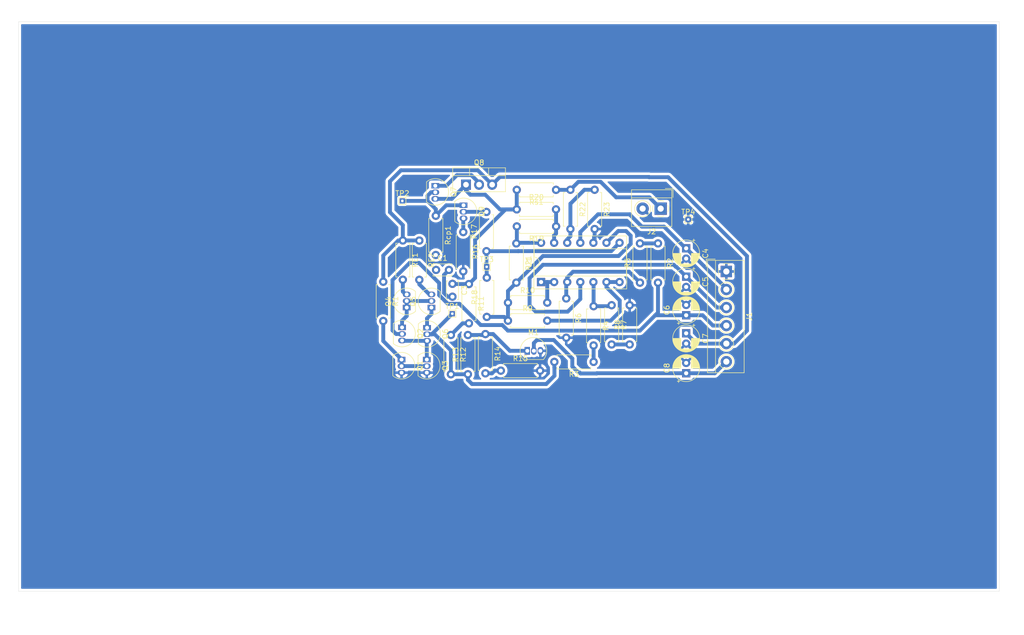
<source format=kicad_pcb>
(kicad_pcb (version 20240108) (generator "pcbnew") (generator_version "8.0")
  (layers (0 "F.Cu" signal) (31 "B.Cu" signal) (34 "B.Paste" user) (35 "F.Paste" user) (36 "B.SilkS" user "B.Silkscreen") (37 "F.SilkS" user "F.Silkscreen") (38 "B.Mask" user) (39 "F.Mask" user) (44 "Edge.Cuts" user))
  (net 0 "")
  (net 1 "0")
  (net 2 "/Vo")
  (net 3 "/Vref")
  (net 4 "/Vsel")
  (net 5 "/Vreg")
  (net 6 "Net-(M1-D)")
  (net 7 "Net-(C1-Pad1)")
  (net 8 "Net-(Q1-B)")
  (net 9 "Net-(Q2-E)")
  (net 10 "/Vlc")
  (net 11 "/-VPOSA")
  (net 12 "/Vf")
  (net 13 "/+VPOSA")
  (net 14 "Net-(Q2-C)")
  (net 15 "Net-(Q7-E)")
  (net 16 "Net-(Q4-E)")
  (net 17 "Net-(Q5-E)")
  (net 18 "Net-(Q7-C)")
  (net 19 "Net-(R14-Pad2)")
  (net 20 "Net-(Q9-B)")
  (net 21 "Net-(U1A--)")
  (net 22 "Net-(U1B--)")
  (net 23 "Net-(U1B-+)")
  (net 24 "Net-(U1A-+)")
  (net 25 "Net-(U1D-+)")
  (net 26 "Net-(Q9-E)")
  (net 27 "Net-(R2-Pad1)")
  (net 28 "Net-(R3-Pad1)")
  (net 29 "Net-(R7-Pad2)")
  (net 30 "/Sum")
  (net 31 "Net-(R11-Pad2)")
  (net 32 "Net-(R17-Pad1)")
  (net 33 "Net-(U1D--)")
  (net 34 "Net-(R19-Pad2)")
  (footprint "Resistor_THT:R_Axial_DIN0207_L6.3mm_D2.5mm_P7.62mm_Horizontal" (layer "F.Cu") (at 152.91 57.15)
    (property "Reference" "R20" (at 3.81 -2.37 360) (layer "F.SilkS"))
    (property "Value" "1k")
    (pad "1" thru_hole circle (at 0 0) (size 1.6 1.6) (drill 0.8) (layers "*.Cu" "*.Mask") (net 15 "Net-(Q7-E)"))
    (pad "2" thru_hole oval (at 7.62 0) (size 1.6 1.6) (drill 0.8) (layers "*.Cu" "*.Mask") (net 33 "Net-(U1D--)"))
  )
  (footprint "TestPoint:TestPoint_THTPad_1.0x1.0mm_Drill0.5mm" (layer "F.Cu") (at 147.08 68.3)
    (property "Reference" "TP3" (at 0 -1.448 0) (layer "F.SilkS"))
    (property "Value" "TestPoint")
    (pad "1" thru_hole rect (at 0 0) (size 1 1) (drill 0.5) (layers "*.Cu" "*.Mask") (net 32 "Net-(R17-Pad1)"))
  )
  (footprint "Package_TO_SOT_THT:TO-92L_Inline" (layer "F.Cu") (at 131.55 76.2 90)
    (property "Reference" "Q4" (at 1.19 -3.56 90) (layer "F.SilkS"))
    (property "Value" "BC557B")
    (pad "1" thru_hole rect (at 0 0 90) (size 1.05 1.5) (drill 0.75) (layers "*.Cu" "*.Mask") (net 14 "Net-(Q2-C)"))
    (pad "2" thru_hole oval (at 1.27 0 90) (size 1.05 1.5) (drill 0.75) (layers "*.Cu" "*.Mask") (net 14 "Net-(Q2-C)"))
    (pad "3" thru_hole oval (at 2.54 0 90) (size 1.05 1.5) (drill 0.75) (layers "*.Cu" "*.Mask") (net 16 "Net-(Q4-E)"))
  )
  (footprint "TestPoint:TestPoint_THTPad_1.0x1.0mm_Drill0.5mm" (layer "F.Cu") (at 140.4 77.4)
    (property "Reference" "TP1" (at 0 -1.448 0) (layer "F.SilkS"))
    (property "Value" "TestPoint")
    (pad "1" thru_hole rect (at 0 0) (size 1 1) (drill 0.5) (layers "*.Cu" "*.Mask") (net 12 "/Vf"))
  )
  (footprint "Resistor_THT:R_Axial_DIN0207_L6.3mm_D2.5mm_P7.62mm_Horizontal" (layer "F.Cu") (at 143.63 71.64 -90)
    (property "Reference" "R11" (at 3.81 -2.37 90) (layer "F.SilkS"))
    (property "Value" "2.7k")
    (pad "1" thru_hole circle (at 0 0 270) (size 1.6 1.6) (drill 0.8) (layers "*.Cu" "*.Mask") (net 15 "Net-(Q7-E)"))
    (pad "2" thru_hole oval (at 7.62 0 270) (size 1.6 1.6) (drill 0.8) (layers "*.Cu" "*.Mask") (net 31 "Net-(R11-Pad2)"))
  )
  (footprint "Resistor_THT:R_Axial_DIN0207_L6.3mm_D2.5mm_P7.62mm_Horizontal" (layer "F.Cu") (at 130.8 63.18 -90)
    (property "Reference" "RE1" (at 3.81 -2.37 90) (layer "F.SilkS"))
    (property "Value" "470")
    (pad "1" thru_hole circle (at 0 0 270) (size 1.6 1.6) (drill 0.8) (layers "*.Cu" "*.Mask") (net 5 "/Vreg"))
    (pad "2" thru_hole oval (at 7.62 0 270) (size 1.6 1.6) (drill 0.8) (layers "*.Cu" "*.Mask") (net 16 "Net-(Q4-E)"))
  )
  (footprint "TestPoint:TestPoint_THTPad_1.0x1.0mm_Drill0.5mm" (layer "F.Cu") (at 130.7 55.5)
    (property "Reference" "TP2" (at 0 -1.448 0) (layer "F.SilkS"))
    (property "Value" "TestPoint")
    (pad "1" thru_hole rect (at 0 0) (size 1 1) (drill 0.5) (layers "*.Cu" "*.Mask") (net 10 "/Vlc"))
  )
  (footprint "Resistor_THT:R_Axial_DIN0207_L6.3mm_D2.5mm_P7.62mm_Horizontal" (layer "F.Cu") (at 151.21 75.25)
    (property "Reference" "R10" (at 3.81 -2.37 0) (layer "F.SilkS"))
    (property "Value" "1.5k")
    (pad "1" thru_hole circle (at 0 0) (size 1.6 1.6) (drill 0.8) (layers "*.Cu" "*.Mask") (net 30 "/Sum"))
    (pad "2" thru_hole oval (at 7.62 0) (size 1.6 1.6) (drill 0.8) (layers "*.Cu" "*.Mask") (net 21 "Net-(U1A--)"))
  )
  (footprint "Resistor_THT:R_Axial_DIN0207_L6.3mm_D2.5mm_P7.62mm_Horizontal" (layer "F.Cu") (at 174.83 83.37 90)
    (property "Reference" "R8" (at 3.81 -2.37 90) (layer "F.SilkS"))
    (property "Value" "510")
    (pad "1" thru_hole circle (at 0 0 90) (size 1.6 1.6) (drill 0.8) (layers "*.Cu" "*.Mask") (net 29 "Net-(R7-Pad2)"))
    (pad "2" thru_hole oval (at 7.62 0 90) (size 1.6 1.6) (drill 0.8) (layers "*.Cu" "*.Mask") (net 1 "0"))
  )
  (footprint "Resistor_THT:R_Axial_DIN0207_L6.3mm_D2.5mm_P7.62mm_Horizontal" (layer "F.Cu") (at 152.83 63.75 -90)
    (property "Reference" "R21" (at 3.81 -2.37 90) (layer "F.SilkS"))
    (property "Value" "1.5k")
    (pad "1" thru_hole circle (at 0 0 270) (size 1.6 1.6) (drill 0.8) (layers "*.Cu" "*.Mask") (net 34 "Net-(R19-Pad2)"))
    (pad "2" thru_hole oval (at 7.62 0 270) (size 1.6 1.6) (drill 0.8) (layers "*.Cu" "*.Mask") (net 30 "/Sum"))
  )
  (footprint "Resistor_THT:R_Axial_DIN0207_L6.3mm_D2.5mm_P7.62mm_Horizontal" (layer "F.Cu") (at 160.54 53.35 180)
    (property "Reference" "Rs1" (at 3.81 -2.37 0) (layer "F.SilkS"))
    (property "Value" "0.1")
    (pad "1" thru_hole circle (at 0 0 180) (size 1.6 1.6) (drill 0.8) (layers "*.Cu" "*.Mask") (net 2 "/Vo"))
    (pad "2" thru_hole oval (at 7.62 0 180) (size 1.6 1.6) (drill 0.8) (layers "*.Cu" "*.Mask") (net 15 "Net-(Q7-E)"))
  )
  (footprint "Resistor_THT:R_Axial_DIN0207_L6.3mm_D2.5mm_P7.62mm_Horizontal" (layer "F.Cu") (at 147.1 78.02 90)
    (property "Reference" "R18" (at 3.81 -2.37 90) (layer "F.SilkS"))
    (property "Value" "100k")
    (pad "1" thru_hole circle (at 0 0 90) (size 1.6 1.6) (drill 0.8) (layers "*.Cu" "*.Mask") (net 30 "/Sum"))
    (pad "2" thru_hole oval (at 7.62 0 90) (size 1.6 1.6) (drill 0.8) (layers "*.Cu" "*.Mask") (net 32 "Net-(R17-Pad1)"))
  )
  (footprint "Resistor_THT:R_Axial_DIN0207_L6.3mm_D2.5mm_P7.62mm_Horizontal" (layer "F.Cu") (at 134 63.2 -90)
    (property "Reference" "RE2" (at 3.81 -2.37 90) (layer "F.SilkS"))
    (property "Value" "470")
    (pad "1" thru_hole circle (at 0 0 270) (size 1.6 1.6) (drill 0.8) (layers "*.Cu" "*.Mask") (net 5 "/Vreg"))
    (pad "2" thru_hole oval (at 7.62 0 270) (size 1.6 1.6) (drill 0.8) (layers "*.Cu" "*.Mask") (net 17 "Net-(Q5-E)"))
  )
  (footprint "Package_TO_SOT_THT:TO-92L_Inline" (layer "F.Cu") (at 137.1 52.56 -90)
    (property "Reference" "Q7" (at 1.19 -3.56 90) (layer "F.SilkS"))
    (property "Value" "TIP41C")
    (pad "1" thru_hole rect (at 0 0 270) (size 1.05 1.5) (drill 0.75) (layers "*.Cu" "*.Mask") (net 18 "Net-(Q7-C)"))
    (pad "2" thru_hole oval (at 1.27 0 270) (size 1.05 1.5) (drill 0.75) (layers "*.Cu" "*.Mask") (net 10 "/Vlc"))
    (pad "3" thru_hole oval (at 2.54 0 270) (size 1.05 1.5) (drill 0.75) (layers "*.Cu" "*.Mask") (net 15 "Net-(Q7-E)"))
  )
  (footprint "TestPoint:TestPoint_THTPad_1.0x1.0mm_Drill0.5mm" (layer "F.Cu") (at 186.2 59.1)
    (property "Reference" "TP4" (at 0 -1.448 0) (layer "F.SilkS"))
    (property "Value" "TestPoint")
    (pad "1" thru_hole rect (at 0 0) (size 1 1) (drill 0.5) (layers "*.Cu" "*.Mask") (net 1 "0"))
  )
  (footprint "Capacitor_THT:CP_Radial_D5.0mm_P2.00mm" (layer "F.Cu") (at 185.8 64.7 -90)
    (property "Reference" "C4" (at 1 -3.75 90) (layer "F.SilkS"))
    (property "Value" "10u")
    (pad "1" thru_hole rect (at 0 0 270) (size 1.6 1.6) (drill 0.8) (layers "*.Cu" "*.Mask") (net 11 "/-VPOSA"))
    (pad "2" thru_hole circle (at 2 0 270) (size 1.6 1.6) (drill 0.8) (layers "*.Cu" "*.Mask") (net 1 "0"))
  )
  (footprint "Capacitor_THT:CP_Radial_D5.0mm_P2.00mm" (layer "F.Cu") (at 185.8 81.2 -90)
    (property "Reference" "C7" (at 1 -3.75 90) (layer "F.SilkS"))
    (property "Value" "10u")
    (pad "1" thru_hole rect (at 0 0 270) (size 1.6 1.6) (drill 0.8) (layers "*.Cu" "*.Mask") (net 5 "/Vreg"))
    (pad "2" thru_hole circle (at 2 0 270) (size 1.6 1.6) (drill 0.8) (layers "*.Cu" "*.Mask") (net 1 "0"))
  )
  (footprint "Resistor_THT:R_Axial_DIN0207_L6.3mm_D2.5mm_P7.62mm_Horizontal" (layer "F.Cu") (at 137.2 58.38 -90)
    (property "Reference" "Rcp1" (at 3.81 -2.37 90) (layer "F.SilkS"))
    (property "Value" "470")
    (pad "1" thru_hole circle (at 0 0 270) (size 1.6 1.6) (drill 0.8) (layers "*.Cu" "*.Mask") (net 10 "/Vlc"))
    (pad "2" thru_hole oval (at 7.62 0 270) (size 1.6 1.6) (drill 0.8) (layers "*.Cu" "*.Mask") (net 7 "Net-(C1-Pad1)"))
  )
  (footprint "Resistor_THT:R_Axial_DIN0207_L6.3mm_D2.5mm_P7.62mm_Horizontal" (layer "F.Cu") (at 142.53 61.55 -90)
    (property "Reference" "R16" (at 3.81 -2.37 90) (layer "F.SilkS"))
    (property "Value" "100")
    (pad "1" thru_hole circle (at 0 0 270) (size 1.6 1.6) (drill 0.8) (layers "*.Cu" "*.Mask") (net 26 "Net-(Q9-E)"))
    (pad "2" thru_hole oval (at 7.62 0 270) (size 1.6 1.6) (drill 0.8) (layers "*.Cu" "*.Mask") (net 1 "0"))
  )
  (footprint "Resistor_THT:R_Axial_DIN0207_L6.3mm_D2.5mm_P7.62mm_Horizontal" (layer "F.Cu") (at 176.83 71.37 90)
    (property "Reference" "R5" (at 3.81 -2.37 90) (layer "F.SilkS"))
    (property "Value" "2.7k")
    (pad "1" thru_hole circle (at 0 0 90) (size 1.6 1.6) (drill 0.8) (layers "*.Cu" "*.Mask") (net 24 "Net-(U1A-+)"))
    (pad "2" thru_hole oval (at 7.62 0 90) (size 1.6 1.6) (drill 0.8) (layers "*.Cu" "*.Mask") (net 27 "Net-(R2-Pad1)"))
  )
  (footprint "Resistor_THT:R_Axial_DIN0207_L6.3mm_D2.5mm_P7.62mm_Horizontal" (layer "F.Cu") (at 180.33 63.75 -90)
    (property "Reference" "R2" (at 3.81 -2.37 90) (layer "F.SilkS"))
    (property "Value" "5.6k")
    (pad "1" thru_hole circle (at 0 0 270) (size 1.6 1.6) (drill 0.8) (layers "*.Cu" "*.Mask") (net 27 "Net-(R2-Pad1)"))
    (pad "2" thru_hole oval (at 7.62 0 270) (size 1.6 1.6) (drill 0.8) (layers "*.Cu" "*.Mask") (net 3 "/Vref"))
  )
  (footprint "Resistor_THT:R_Axial_DIN0207_L6.3mm_D2.5mm_P7.62mm_Horizontal" (layer "F.Cu") (at 167.83 75.94 -90)
    (property "Reference" "R4" (at 3.81 -2.37 90) (layer "F.SilkS"))
    (property "Value" "1.2k")
    (pad "1" thru_hole circle (at 0 0 270) (size 1.6 1.6) (drill 0.8) (layers "*.Cu" "*.Mask") (net 23 "Net-(U1B-+)"))
    (pad "2" thru_hole oval (at 7.62 0 270) (size 1.6 1.6) (drill 0.8) (layers "*.Cu" "*.Mask") (net 28 "Net-(R3-Pad1)"))
  )
  (footprint "Resistor_THT:R_Axial_DIN0207_L6.3mm_D2.5mm_P7.62mm_Horizontal" (layer "F.Cu") (at 127 71.19 -90)
    (property "Reference" "R1" (at 3.81 -2.37 90) (layer "F.SilkS"))
    (property "Value" "3.3k")
    (pad "1" thru_hole circle (at 0 0 270) (size 1.6 1.6) (drill 0.8) (layers "*.Cu" "*.Mask") (net 5 "/Vreg"))
    (pad "2" thru_hole oval (at 7.62 0 270) (size 1.6 1.6) (drill 0.8) (layers "*.Cu" "*.Mask") (net 8 "Net-(Q1-B)"))
  )
  (footprint "Capacitor_THT:C_Disc_D3.4mm_W2.1mm_P2.50mm" (layer "F.Cu") (at 140.43 71.6 -90)
    (property "Reference" "C3" (at 1.25 -2.3 -90) (layer "F.SilkS"))
    (property "Value" "100p")
    (pad "1" thru_hole circle (at 0 0 270) (size 1.6 1.6) (drill 0.8) (layers "*.Cu" "*.Mask") (net 15 "Net-(Q7-E)"))
    (pad "2" thru_hole circle (at 2.5 0 270) (size 1.6 1.6) (drill 0.8) (layers "*.Cu" "*.Mask") (net 12 "/Vf"))
  )
  (footprint "Resistor_THT:R_Axial_DIN0207_L6.3mm_D2.5mm_P7.62mm_Horizontal" (layer "F.Cu") (at 143.43 89.15 90)
    (property "Reference" "R13" (at 3.81 -2.37 90) (layer "F.SilkS"))
    (property "Value" "1K")
    (pad "1" thru_hole circle (at 0 0 90) (size 1.6 1.6) (drill 0.8) (layers "*.Cu" "*.Mask") (net 12 "/Vf"))
    (pad "2" thru_hole oval (at 7.62 0 90) (size 1.6 1.6) (drill 0.8) (layers "*.Cu" "*.Mask") (net 6 "Net-(M1-D)"))
  )
  (footprint "Resistor_THT:R_Axial_DIN0207_L6.3mm_D2.5mm_P7.62mm_Horizontal" (layer "F.Cu") (at 168.03 53.34 -90)
    (property "Reference" "R23" (at 3.81 -2.37 90) (layer "F.SilkS"))
    (property "Value" "10k")
    (pad "1" thru_hole circle (at 0 0 270) (size 1.6 1.6) (drill 0.8) (layers "*.Cu" "*.Mask") (net 25 "Net-(U1D-+)"))
    (pad "2" thru_hole oval (at 7.62 0 270) (size 1.6 1.6) (drill 0.8) (layers "*.Cu" "*.Mask") (net 1 "0"))
  )
  (footprint "Resistor_THT:R_Axial_DIN0207_L6.3mm_D2.5mm_P7.62mm_Horizontal" (layer "F.Cu") (at 171.33 75.75 -90)
    (property "Reference" "R7" (at 3.81 -2.37 90) (layer "F.SilkS"))
    (property "Value" "6.8k")
    (pad "1" thru_hole circle (at 0 0 270) (size 1.6 1.6) (drill 0.8) (layers "*.Cu" "*.Mask") (net 23 "Net-(U1B-+)"))
    (pad "2" thru_hole oval (at 7.62 0 270) (size 1.6 1.6) (drill 0.8) (layers "*.Cu" "*.Mask") (net 29 "Net-(R7-Pad2)"))
  )
  (footprint "Capacitor_THT:C_Disc_D3.4mm_W2.1mm_P2.50mm" (layer "F.Cu") (at 137.25 68.9)
    (property "Reference" "C1" (at 1.25 -2.3 360) (layer "F.SilkS"))
    (property "Value" "2.2n")
    (pad "1" thru_hole circle (at 0 0) (size 1.6 1.6) (drill 0.8) (layers "*.Cu" "*.Mask") (net 7 "Net-(C1-Pad1)"))
    (pad "2" thru_hole circle (at 2.5 0) (size 1.6 1.6) (drill 0.8) (layers "*.Cu" "*.Mask") (net 12 "/Vf"))
  )
  (footprint "Package_TO_SOT_THT:TO-92L_Inline" (layer "F.Cu") (at 135.5 80.12 -90)
    (property "Reference" "Q6" (at 1.19 -3.56 90) (layer "F.SilkS"))
    (property "Value" "BC547B")
    (pad "1" thru_hole rect (at 0 0 270) (size 1.05 1.5) (drill 0.75) (layers "*.Cu" "*.Mask") (net 10 "/Vlc"))
    (pad "2" thru_hole oval (at 1.27 0 270) (size 1.05 1.5) (drill 0.75) (layers "*.Cu" "*.Mask") (net 12 "/Vf"))
    (pad "3" thru_hole oval (at 2.54 0 270) (size 1.05 1.5) (drill 0.75) (layers "*.Cu" "*.Mask") (net 9 "Net-(Q2-E)"))
  )
  (footprint "Capacitor_THT:CP_Radial_D5.0mm_P2.00mm" (layer "F.Cu") (at 185.8 77.7 90)
    (property "Reference" "C6" (at 1 -3.75 90) (layer "F.SilkS"))
    (property "Value" "10u")
    (pad "1" thru_hole rect (at 0 0 90) (size 1.6 1.6) (drill 0.8) (layers "*.Cu" "*.Mask") (net 3 "/Vref"))
    (pad "2" thru_hole circle (at 2 0 90) (size 1.6 1.6) (drill 0.8) (layers "*.Cu" "*.Mask") (net 1 "0"))
  )
  (footprint "Capacitor_THT:CP_Radial_D5.0mm_P2.00mm" (layer "F.Cu") (at 185.8 70.2 -90)
    (property "Reference" "C5" (at 1 -3.75 90) (layer "F.SilkS"))
    (property "Value" "10u")
    (pad "1" thru_hole rect (at 0 0 270) (size 1.6 1.6) (drill 0.8) (layers "*.Cu" "*.Mask") (net 13 "/+VPOSA"))
    (pad "2" thru_hole circle (at 2 0 270) (size 1.6 1.6) (drill 0.8) (layers "*.Cu" "*.Mask") (net 1 "0"))
  )
  (footprint "Resistor_THT:R_Axial_DIN0207_L6.3mm_D2.5mm_P7.62mm_Horizontal" (layer "F.Cu") (at 163.33 53.34 -90)
    (property "Reference" "R22" (at 3.81 -2.37 90) (layer "F.SilkS"))
    (property "Value" "1k")
    (pad "1" thru_hole circle (at 0 0 270) (size 1.6 1.6) (drill 0.8) (layers "*.Cu" "*.Mask") (net 2 "/Vo"))
    (pad "2" thru_hole oval (at 7.62 0 270) (size 1.6 1.6) (drill 0.8) (layers "*.Cu" "*.Mask") (net 25 "Net-(U1D-+)"))
  )
  (footprint "TerminalBlock_4Ucon:TerminalBlock_4Ucon_1x02_P3.50mm_Horizontal" (layer "F.Cu") (at 180.85 57 180)
    (property "Reference" "J2" (at 1.75 -4.46 360) (layer "F.SilkS"))
    (property "Value" "Conn_01x02_Socket")
    (pad "1" thru_hole rect (at 0 0 180) (size 2.4 2.4) (drill 1.2) (layers "*.Cu" "*.Mask") (net 2 "/Vo"))
    (pad "2" thru_hole circle (at 3.5 0 180) (size 2.4 2.4) (drill 1.2) (layers "*.Cu" "*.Mask") (net 1 "0"))
  )
  (footprint "Resistor_THT:R_Axial_DIN0207_L6.3mm_D2.5mm_P7.62mm_Horizontal" (layer "F.Cu") (at 167.83 86.75 180)
    (property "Reference" "R3" (at 3.81 -2.37 360) (layer "F.SilkS"))
    (property "Value" "6.8k")
    (pad "1" thru_hole circle (at 0 0 180) (size 1.6 1.6) (drill 0.8) (layers "*.Cu" "*.Mask") (net 28 "Net-(R3-Pad1)"))
    (pad "2" thru_hole oval (at 7.62 0 180) (size 1.6 1.6) (drill 0.8) (layers "*.Cu" "*.Mask") (net 12 "/Vf"))
  )
  (footprint "Package_TO_SOT_THT:TO-92L_Inline" (layer "F.Cu") (at 135.45 86.3 -90)
    (property "Reference" "Q3" (at 1.19 -3.56 90) (layer "F.SilkS"))
    (property "Value" "BC547B")
    (pad "1" thru_hole rect (at 0 0 270) (size 1.05 1.5) (drill 0.75) (layers "*.Cu" "*.Mask") (net 9 "Net-(Q2-E)"))
    (pad "2" thru_hole oval (at 1.27 0 270) (size 1.05 1.5) (drill 0.75) (layers "*.Cu" "*.Mask") (net 8 "Net-(Q1-B)"))
    (pad "3" thru_hole oval (at 2.54 0 270) (size 1.05 1.5) (drill 0.75) (layers "*.Cu" "*.Mask") (net 1 "0"))
  )
  (footprint "Resistor_THT:R_Axial_DIN0207_L6.3mm_D2.5mm_P7.62mm_Horizontal" (layer "F.Cu") (at 146.83 81.35 -90)
    (property "Reference" "R14" (at 3.81 -2.37 90) (layer "F.SilkS"))
    (property "Value" "680")
    (pad "1" thru_hole circle (at 0 0 270) (size 1.6 1.6) (drill 0.8) (layers "*.Cu" "*.Mask") (net 6 "Net-(M1-D)"))
    (pad "2" thru_hole oval (at 7.62 0 270) (size 1.6 1.6) (drill 0.8) (layers "*.Cu" "*.Mask") (net 19 "Net-(R14-Pad2)"))
  )
  (footprint "Resistor_THT:R_Axial_DIN0207_L6.3mm_D2.5mm_P7.62mm_Horizontal" (layer "F.Cu") (at 162.52 74.44 -90)
    (property "Reference" "R6" (at 3.81 -2.37 90) (layer "F.SilkS"))
    (property "Value" "1.5k")
    (pad "1" thru_hole circle (at 0 0 270) (size 1.6 1.6) (drill 0.8) (layers "*.Cu" "*.Mask") (net 24 "Net-(U1A-+)"))
    (pad "2" thru_hole oval (at 7.62 0 270) (size 1.6 1.6) (drill 0.8) (layers "*.Cu" "*.Mask") (net 1 "0"))
  )
  (footprint "Package_TO_SOT_THT:TO-92L_Inline" (layer "F.Cu") (at 142.58 56.35 -90)
    (property "Reference" "Q9" (at 1.19 -3.56 90) (layer "F.SilkS"))
    (property "Value" "BC547B")
    (pad "1" thru_hole rect (at 0 0 270) (size 1.05 1.5) (drill 0.75) (layers "*.Cu" "*.Mask") (net 10 "/Vlc"))
    (pad "2" thru_hole oval (at 1.27 0 270) (size 1.05 1.5) (drill 0.75) (layers "*.Cu" "*.Mask") (net 20 "Net-(Q9-B)"))
    (pad "3" thru_hole oval (at 2.54 0 270) (size 1.05 1.5) (drill 0.75) (layers "*.Cu" "*.Mask") (net 26 "Net-(Q9-E)"))
  )
  (footprint "Resistor_THT:R_Axial_DIN0207_L6.3mm_D2.5mm_P7.62mm_Horizontal" (layer "F.Cu") (at 151.21 78.75)
    (property "Reference" "R9" (at 3.81 -2.37 0) (layer "F.SilkS"))
    (property "Value" "1.5k")
    (pad "1" thru_hole circle (at 0 0) (size 1.6 1.6) (drill 0.8) (layers "*.Cu" "*.Mask") (net 30 "/Sum"))
    (pad "2" thru_hole oval (at 7.62 0) (size 1.6 1.6) (drill 0.8) (layers "*.Cu" "*.Mask") (net 22 "Net-(U1B--)"))
  )
  (footprint "Resistor_THT:R_Axial_DIN0207_L6.3mm_D2.5mm_P7.62mm_Horizontal" (layer "F.Cu") (at 140.13 81.53 -90)
    (property "Reference" "R12" (at 3.81 -2.37 90) (layer "F.SilkS"))
    (property "Value" "390")
    (pad "1" thru_hole circle (at 0 0 270) (size 1.6 1.6) (drill 0.8) (layers "*.Cu" "*.Mask") (net 31 "Net-(R11-Pad2)"))
    (pad "2" thru_hole oval (at 7.62 0 270) (size 1.6 1.6) (drill 0.8) (layers "*.Cu" "*.Mask") (net 12 "/Vf"))
  )
  (footprint "Capacitor_THT:CP_Radial_D5.0mm_P2.00mm" (layer "F.Cu") (at 185.8 88.955113 90)
    (property "Reference" "C8" (at 1 -3.75 90) (layer "F.SilkS"))
    (property "Value" "10u")
    (pad "1" thru_hole rect (at 0 0 90) (size 1.6 1.6) (drill 0.8) (layers "*.Cu" "*.Mask") (net 4 "/Vsel"))
    (pad "2" thru_hole circle (at 2 0 90) (size 1.6 1.6) (drill 0.8) (layers "*.Cu" "*.Mask") (net 1 "0"))
  )
  (footprint "Package_DIP:DIP-14_W7.62mm_Socket" (layer "F.Cu") (at 157.63 71.25 90)
    (property "Reference" "U1" (at 3.81 -2.33 90) (layer "F.SilkS"))
    (property "Value" "LM324")
    (pad "1" thru_hole rect (at 0 0 90) (size 1.6 1.6) (drill 0.8) (layers "*.Cu" "*.Mask") (net 21 "Net-(U1A--)"))
    (pad "2" thru_hole oval (at 0 2.54 90) (size 1.6 1.6) (drill 0.8) (layers "*.Cu" "*.Mask") (net 21 "Net-(U1A--)"))
    (pad "3" thru_hole oval (at 0 5.08 90) (size 1.6 1.6) (drill 0.8) (layers "*.Cu" "*.Mask") (net 24 "Net-(U1A-+)"))
    (pad "4" thru_hole oval (at 0 7.62 90) (size 1.6 1.6) (drill 0.8) (layers "*.Cu" "*.Mask") (net 13 "/+VPOSA"))
    (pad "5" thru_hole oval (at 0 10.16 90) (size 1.6 1.6) (drill 0.8) (layers "*.Cu" "*.Mask") (net 23 "Net-(U1B-+)"))
    (pad "6" thru_hole oval (at 0 12.7 90) (size 1.6 1.6) (drill 0.8) (layers "*.Cu" "*.Mask") (net 22 "Net-(U1B--)"))
    (pad "7" thru_hole oval (at 0 15.24 90) (size 1.6 1.6) (drill 0.8) (layers "*.Cu" "*.Mask") (net 22 "Net-(U1B--)"))
    (pad "8" thru_hole oval (at 7.62 15.24 90) (size 1.6 1.6) (drill 0.8) (layers "*.Cu" "*.Mask") (net 32 "Net-(R17-Pad1)"))
    (pad "9" thru_hole oval (at 7.62 12.7 90) (size 1.6 1.6) (drill 0.8) (layers "*.Cu" "*.Mask") (net 30 "/Sum"))
    (pad "10" thru_hole oval (at 7.62 10.16 90) (size 1.6 1.6) (drill 0.8) (layers "*.Cu" "*.Mask") (net 1 "0"))
    (pad "11" thru_hole oval (at 7.62 7.62 90) (size 1.6 1.6) (drill 0.8) (layers "*.Cu" "*.Mask") (net 11 "/-VPOSA"))
    (pad "12" thru_hole oval (at 7.62 5.08 90) (size 1.6 1.6) (drill 0.8) (layers "*.Cu" "*.Mask") (net 25 "Net-(U1D-+)"))
    (pad "13" thru_hole oval (at 7.62 2.54 90) (size 1.6 1.6) (drill 0.8) (layers "*.Cu" "*.Mask") (net 33 "Net-(U1D--)"))
    (pad "14" thru_hole oval (at 7.62 0 90) (size 1.6 1.6) (drill 0.8) (layers "*.Cu" "*.Mask") (net 34 "Net-(R19-Pad2)"))
  )
  (footprint "Package_TO_SOT_THT:TO-92L_Inline" (layer "F.Cu") (at 130.55 86.3 -90)
    (property "Reference" "Q1" (at 1.19 -3.56 90) (layer "F.SilkS"))
    (property "Value" "BC547B")
    (pad "1" thru_hole rect (at 0 0 270) (size 1.05 1.5) (drill 0.75) (layers "*.Cu" "*.Mask") (net 8 "Net-(Q1-B)"))
    (pad "2" thru_hole oval (at 1.27 0 270) (size 1.05 1.5) (drill 0.75) (layers "*.Cu" "*.Mask") (net 8 "Net-(Q1-B)"))
    (pad "3" thru_hole oval (at 2.54 0 270) (size 1.05 1.5) (drill 0.75) (layers "*.Cu" "*.Mask") (net 1 "0"))
  )
  (footprint "Resistor_THT:R_Axial_DIN0207_L6.3mm_D2.5mm_P7.62mm_Horizontal" (layer "F.Cu") (at 149.82 88.45)
    (property "Reference" "R15" (at 3.81 -2.37 360) (layer "F.SilkS"))
    (property "Value" "270")
    (pad "1" thru_hole circle (at 0 0) (size 1.6 1.6) (drill 0.8) (layers "*.Cu" "*.Mask") (net 19 "Net-(R14-Pad2)"))
    (pad "2" thru_hole oval (at 7.62 0) (size 1.6 1.6) (drill 0.8) (layers "*.Cu" "*.Mask") (net 1 "0"))
  )
  (footprint "Package_TO_SOT_THT:TO-92L_Inline" (layer "F.Cu") (at 154.96 84.6)
    (property "Reference" "M1" (at 1.19 -3.56 360) (layer "F.SilkS"))
    (property "Value" "2N7000")
    (pad "1" thru_hole rect (at 0 0) (size 1.05 1.5) (drill 0.75) (layers "*.Cu" "*.Mask") (net 6 "Net-(M1-D)"))
    (pad "2" thru_hole oval (at 1.27 0) (size 1.05 1.5) (drill 0.75) (layers "*.Cu" "*.Mask") (net 4 "/Vsel"))
    (pad "3" thru_hole oval (at 2.54 0) (size 1.05 1.5) (drill 0.75) (layers "*.Cu" "*.Mask") (net 1 "0"))
  )
  (footprint "Resistor_THT:R_Axial_DIN0207_L6.3mm_D2.5mm_P7.62mm_Horizontal" (layer "F.Cu") (at 160.55 60.45 180)
    (property "Reference" "R19" (at 3.81 -2.37 360) (layer "F.SilkS"))
    (property "Value" "10k")
    (pad "1" thru_hole circle (at 0 0 180) (size 1.6 1.6) (drill 0.8) (layers "*.Cu" "*.Mask") (net 33 "Net-(U1D--)"))
    (pad "2" thru_hole oval (at 7.62 0 180) (size 1.6 1.6) (drill 0.8) (layers "*.Cu" "*.Mask") (net 34 "Net-(R19-Pad2)"))
  )
  (footprint "Package_TO_SOT_THT:TO-92L_Inline" (layer "F.Cu") (at 130.65 80.06 -90)
    (property "Reference" "Q2" (at 1.19 -3.56 90) (layer "F.SilkS"))
    (property "Value" "BC547B")
    (pad "1" thru_hole rect (at 0 0 270) (size 1.05 1.5) (drill 0.75) (layers "*.Cu" "*.Mask") (net 14 "Net-(Q2-C)"))
    (pad "2" thru_hole oval (at 1.27 0 270) (size 1.05 1.5) (drill 0.75) (layers "*.Cu" "*.Mask") (net 3 "/Vref"))
    (pad "3" thru_hole oval (at 2.54 0 270) (size 1.05 1.5) (drill 0.75) (layers "*.Cu" "*.Mask") (net 9 "Net-(Q2-E)"))
  )
  (footprint "Package_TO_SOT_THT:TO-92L_Inline" (layer "F.Cu") (at 136.35 76.2 90)
    (property "Reference" "Q5" (at 1.19 -3.56 90) (layer "F.SilkS"))
    (property "Value" "BC557B")
    (pad "1" thru_hole rect (at 0 0 90) (size 1.05 1.5) (drill 0.75) (layers "*.Cu" "*.Mask") (net 10 "/Vlc"))
    (pad "2" thru_hole oval (at 1.27 0 90) (size 1.05 1.5) (drill 0.75) (layers "*.Cu" "*.Mask") (net 14 "Net-(Q2-C)"))
    (pad "3" thru_hole oval (at 2.54 0 90) (size 1.05 1.5) (drill 0.75) (layers "*.Cu" "*.Mask") (net 17 "Net-(Q5-E)"))
  )
  (footprint "TerminalBlock_4Ucon:TerminalBlock_4Ucon_1x06_P3.50mm_Horizontal" (layer "F.Cu") (at 193.6 69.2 -90)
    (property "Reference" "J1" (at 8.75 -4.46 90) (layer "F.SilkS"))
    (property "Value" "Conn_01x06_Socket")
    (pad "1" thru_hole rect (at 0 0 270) (size 2.2 2.2) (drill 1.2) (layers "*.Cu" "*.Mask") (net 1 "0"))
    (pad "2" thru_hole circle (at 3.5 0 270) (size 2.2 2.2) (drill 1.2) (layers "*.Cu" "*.Mask") (net 11 "/-VPOSA"))
    (pad "3" thru_hole circle (at 7 0 270) (size 2.2 2.2) (drill 1.2) (layers "*.Cu" "*.Mask") (net 13 "/+VPOSA"))
    (pad "4" thru_hole circle (at 10.5 0 270) (size 2.2 2.2) (drill 1.2) (layers "*.Cu" "*.Mask") (net 3 "/Vref"))
    (pad "5" thru_hole circle (at 14 0 270) (size 2.2 2.2) (drill 1.2) (layers "*.Cu" "*.Mask") (net 5 "/Vreg"))
    (pad "6" thru_hole circle (at 17.5 0 270) (size 2.2 2.2) (drill 1.2) (layers "*.Cu" "*.Mask") (net 4 "/Vsel"))
  )
  (footprint "Resistor_THT:R_Axial_DIN0207_L6.3mm_D2.5mm_P7.62mm_Horizontal" (layer "F.Cu") (at 147.03 65.26 90)
    (property "Reference" "R17" (at 3.81 -2.37 90) (layer "F.SilkS"))
    (property "Value" "1k")
    (pad "1" thru_hole circle (at 0 0 90) (size 1.6 1.6) (drill 0.8) (layers "*.Cu" "*.Mask") (net 32 "Net-(R17-Pad1)"))
    (pad "2" thru_hole oval (at 7.62 0 90) (size 1.6 1.6) (drill 0.8) (layers "*.Cu" "*.Mask") (net 20 "Net-(Q9-B)"))
  )
  (footprint "Package_TO_SOT_THT:TO-220-3_Vertical" (layer "F.Cu") (at 143.06 52.345)
    (property "Reference" "Q8" (at 2.54 -4.27 360) (layer "F.SilkS"))
    (property "Value" "TIP42C")
    (pad "1" thru_hole rect (at 0 0) (size 1.905 2) (drill 1.1) (layers "*.Cu" "*.Mask") (net 15 "Net-(Q7-E)"))
    (pad "2" thru_hole oval (at 2.54 0) (size 1.905 2) (drill 1.1) (layers "*.Cu" "*.Mask") (net 18 "Net-(Q7-C)"))
    (pad "3" thru_hole oval (at 5.08 0) (size 1.905 2) (drill 1.1) (layers "*.Cu" "*.Mask") (net 5 "/Vreg"))
  )
  (gr_rect (start 56.2 20.7) (end 246.6 131.3) (stroke (width 0.05)) (fill none) (layer "Edge.Cuts"))
  (segment (start 168.03 63.39) (end 167.79 63.63) (width 0.75) (layer "B.Cu") (net 1))
  (segment (start 168.03 60.96) (end 168.03 63.39) (width 0.75) (layer "B.Cu") (net 1))
  (segment (start 178.65 54.8) (end 180.85 57) (width 0.75) (layer "B.Cu") (net 2))
  (segment (start 160.54 53.35) (end 163.32 53.35) (width 0.75) (layer "B.Cu") (net 2))
  (segment (start 172.2 54.8) (end 178.65 54.8) (width 0.75) (layer "B.Cu") (net 2))
  (segment (start 169.2 51.8) (end 172.2 54.8) (width 0.75) (layer "B.Cu") (net 2))
  (segment (start 163.32 53.35) (end 163.33 53.34) (width 0.75) (layer "B.Cu") (net 2))
  (segment (start 163.33 53.34) (end 164.87 51.8) (width 0.75) (layer "B.Cu") (net 2))
  (segment (start 164.87 51.8) (end 169.2 51.8) (width 0.75) (layer "B.Cu") (net 2))
  (segment (start 193.6 79.7) (end 191 79.7) (width 0.75) (layer "B.Cu") (net 3))
  (segment (start 180.33 77.17) (end 180.33 71.37) (width 0.75) (layer "B.Cu") (net 3))
  (segment (start 185.8 77.7) (end 179.8 77.7) (width 0.75) (layer "B.Cu") (net 3))
  (segment (start 145.914544 79.6) (end 150.115456 79.6) (width 0.75) (layer "B.Cu") (net 3))
  (segment (start 137.85 73.793503) (end 139.531497 75.475) (width 0.75) (layer "B.Cu") (net 3))
  (segment (start 128.8 70.855456) (end 132.130456 67.525) (width 0.75) (layer "B.Cu") (net 3))
  (segment (start 176.815 80.685) (end 179.8 77.7) (width 0.75) (layer "B.Cu") (net 3))
  (segment (start 133.930456 67.525) (end 137.85 71.444544) (width 0.75) (layer "B.Cu") (net 3))
  (segment (start 132.130456 67.525) (end 133.930456 67.525) (width 0.75) (layer "B.Cu") (net 3))
  (segment (start 130.65 81.33) (end 129.495 81.33) (width 0.75) (layer "B.Cu") (net 3))
  (segment (start 179.8 77.7) (end 180.33 77.17) (width 0.75) (layer "B.Cu") (net 3))
  (segment (start 137.85 71.444544) (end 137.85 73.793503) (width 0.75) (layer "B.Cu") (net 3))
  (segment (start 139.531497 75.475) (end 141.789544 75.475) (width 0.75) (layer "B.Cu") (net 3))
  (segment (start 141.789544 75.475) (end 145.914544 79.6) (width 0.75) (layer "B.Cu") (net 3))
  (segment (start 191 79.7) (end 189 77.7) (width 0.75) (layer "B.Cu") (net 3))
  (segment (start 129.495 81.33) (end 128.8 80.635) (width 0.75) (layer "B.Cu") (net 3))
  (segment (start 128.8 80.635) (end 128.8 70.855456) (width 0.75) (layer "B.Cu") (net 3))
  (segment (start 151.200456 80.685) (end 176.815 80.685) (width 0.75) (layer "B.Cu") (net 3))
  (segment (start 150.115456 79.6) (end 151.200456 80.685) (width 0.75) (layer "B.Cu") (net 3))
  (segment (start 189 77.7) (end 185.8 77.7) (width 0.75) (layer "B.Cu") (net 3))
  (segment (start 168.444887 88.955113) (end 185.8 88.955113) (width 0.75) (layer "B.Cu") (net 4))
  (segment (start 163.7 87.643502) (end 163.7 86.1) (width 0.75) (layer "B.Cu") (net 4))
  (segment (start 164.856498 88.8) (end 163.7 87.643502) (width 0.75) (layer "B.Cu") (net 4))
  (segment (start 160.1 82.5) (end 156.83 82.5) (width 0.75) (layer "B.Cu") (net 4))
  (segment (start 165.3 89) (end 165.1 88.8) (width 0.75) (layer "B.Cu") (net 4))
  (segment (start 191.344887 88.955113) (end 185.8 88.955113) (width 0.75) (layer "B.Cu") (net 4))
  (segment (start 156.23 83.1) (end 156.23 84.6) (width 0.75) (layer "B.Cu") (net 4))
  (segment (start 163.7 86.1) (end 160.1 82.5) (width 0.75) (layer "B.Cu") (net 4))
  (segment (start 168.4 89) (end 165.3 89) (width 0.75) (layer "B.Cu") (net 4))
  (segment (start 193.6 86.7) (end 191.344887 88.955113) (width 0.75) (layer "B.Cu") (net 4))
  (segment (start 165.1 88.8) (end 164.856498 88.8) (width 0.75) (layer "B.Cu") (net 4))
  (segment (start 168.4 89) (end 168.444887 88.955113) (width 0.75) (layer "B.Cu") (net 4))
  (segment (start 156.83 82.5) (end 156.23 83.1) (width 0.75) (layer "B.Cu") (net 4))
  (segment (start 182.3 50.9) (end 178.6 50.9) (width 0.75) (layer "B.Cu") (net 5))
  (segment (start 197.6 80.7) (end 197.6 66.2) (width 0.75) (layer "B.Cu") (net 5))
  (segment (start 178.55 50.85) (end 149.635 50.85) (width 0.75) (layer "B.Cu") (net 5))
  (segment (start 128.3 51.7) (end 130.45 49.55) (width 0.75) (layer "B.Cu") (net 5))
  (segment (start 133.98 63.18) (end 134 63.2) (width 0.75) (layer "B.Cu") (net 5))
  (segment (start 130.8 60.2) (end 128.3 57.7) (width 0.75) (layer "B.Cu") (net 5))
  (segment (start 130.8 63.18) (end 130.8 60.2) (width 0.75) (layer "B.Cu") (net 5))
  (segment (start 193.6 83.2) (end 195.1 83.2) (width 0.75) (layer "B.Cu") (net 5))
  (segment (start 178.6 50.9) (end 178.55 50.85) (width 0.75) (layer "B.Cu") (net 5))
  (segment (start 197.6 66.2) (end 182.3 50.9) (width 0.75) (layer "B.Cu") (net 5))
  (segment (start 195.1 83.2) (end 197.6 80.7) (width 0.75) (layer "B.Cu") (net 5))
  (segment (start 130.45 49.55) (end 145.345 49.55) (width 0.75) (layer "B.Cu") (net 5))
  (segment (start 129.92 63.18) (end 130.8 63.18) (width 0.75) (layer "B.Cu") (net 5))
  (segment (start 193.6 83.2) (end 187.8 83.2) (width 0.75) (layer "B.Cu") (net 5))
  (segment (start 128.3 57.7) (end 128.3 51.7) (width 0.75) (layer "B.Cu") (net 5))
  (segment (start 127 71.19) (end 127 66.1) (width 0.75) (layer "B.Cu") (net 5))
  (segment (start 149.635 50.85) (end 148.14 52.345) (width 0.75) (layer "B.Cu") (net 5))
  (segment (start 130.8 63.18) (end 133.98 63.18) (width 0.75) (layer "B.Cu") (net 5))
  (segment (start 127 66.1) (end 129.92 63.18) (width 0.75) (layer "B.Cu") (net 5))
  (segment (start 145.345 49.55) (end 148.14 52.345) (width 0.75) (layer "B.Cu") (net 5))
  (segment (start 187.8 83.2) (end 185.8 81.2) (width 0.75) (layer "B.Cu") (net 5))
  (segment (start 143.59 81.53) (end 143.43 81.37) (width 0.75) (layer "B.Cu") (net 6))
  (segment (start 148.33 81.35) (end 151.58 84.6) (width 0.75) (layer "B.Cu") (net 6))
  (segment (start 151.58 84.6) (end 154.96 84.6) (width 0.75) (layer "B.Cu") (net 6))
  (segment (start 146.83 81.35) (end 146.65 81.53) (width 0.75) (layer "B.Cu") (net 6))
  (segment (start 146.65 81.53) (end 143.59 81.53) (width 0.75) (layer "B.Cu") (net 6))
  (segment (start 148.33 81.35) (end 146.83 81.35) (width 0.75) (layer "B.Cu") (net 6))
  (segment (start 130.55 86.25) (end 127 82.7) (width 0.75) (layer "B.Cu") (net 8))
  (segment (start 130.55 87.57) (end 130.55 86.3) (width 0.75) (layer "B.Cu") (net 8))
  (segment (start 127 82.7) (end 127 78.81) (width 0.75) (layer "B.Cu") (net 8))
  (segment (start 135.45 87.57) (end 130.55 87.57) (width 0.75) (layer "B.Cu") (net 8))
  (segment (start 130.55 86.3) (end 130.55 86.25) (width 0.75) (layer "B.Cu") (net 8))
  (segment (start 135.45 82.71) (end 135.5 82.66) (width 0.75) (layer "B.Cu") (net 9))
  (segment (start 130.71 82.66) (end 130.65 82.6) (width 0.75) (layer "B.Cu") (net 9))
  (segment (start 135.5 82.66) (end 130.71 82.66) (width 0.75) (layer "B.Cu") (net 9))
  (segment (start 135.45 86.3) (end 135.45 82.71) (width 0.75) (layer "B.Cu") (net 9))
  (segment (start 137.2 57.1) (end 135.6 55.5) (width 0.75) (layer "B.Cu") (net 10))
  (segment (start 135.5 78.3) (end 136.35 77.45) (width 0.75) (layer "B.Cu") (net 10))
  (segment (start 135.6 55.5) (end 135.6 54.5) (width 0.75) (layer "B.Cu") (net 10))
  (segment (start 139.23 56.35) (end 142.58 56.35) (width 0.75) (layer "B.Cu") (net 10))
  (segment (start 135.6 54.5) (end 136.27 53.83) (width 0.75) (layer "B.Cu") (net 10))
  (segment (start 136.35 77.45) (end 136.35 76.2) (width 0.75) (layer "B.Cu") (net 10))
  (segment (start 136.27 53.83) (end 137.1 53.83) (width 0.75) (layer "B.Cu") (net 10))
  (segment (start 137.2 58.38) (end 139.23 56.35) (width 0.75) (layer "B.Cu") (net 10))
  (segment (start 135.6 55.5) (end 130.7 55.5) (width 0.75) (layer "B.Cu") (net 10))
  (segment (start 135.5 80.12) (end 135.5 78.3) (width 0.75) (layer "B.Cu") (net 10))
  (segment (start 137.2 58.38) (end 137.2 57.1) (width 0.75) (layer "B.Cu") (net 10))
  (segment (start 181.5 60.5) (end 177.2 60.5) (width 0.75) (layer "B.Cu") (net 11))
  (segment (start 193.6 72.5) (end 185.8 64.7) (width 0.75) (layer "B.Cu") (net 11))
  (segment (start 168.7 58.1) (end 165.25 61.55) (width 0.75) (layer "B.Cu") (net 11))
  (segment (start 185.3 64.3) (end 181.5 60.5) (width 0.75) (layer "B.Cu") (net 11))
  (segment (start 185.8 64.7) (end 185.4 64.3) (width 0.75) (layer "B.Cu") (net 11))
  (segment (start 193.6 72.7) (end 193.6 72.5) (width 0.75) (layer "B.Cu") (net 11))
  (segment (start 185.4 64.3) (end 185.3 64.3) (width 0.75) (layer "B.Cu") (net 11))
  (segment (start 165.25 61.55) (end 165.25 63.63) (width 0.75) (layer "B.Cu") (net 11))
  (segment (start 174.9 58.2) (end 174.9 58.1) (width 0.75) (layer "B.Cu") (net 11))
  (segment (start 174.9 58.1) (end 168.7 58.1) (width 0.75) (layer "B.Cu") (net 11))
  (segment (start 177.2 60.5) (end 174.9 58.2) (width 0.75) (layer "B.Cu") (net 11))
  (segment (start 138.8 69.85) (end 138.8 73.4) (width 0.75) (layer "B.Cu") (net 12))
  (segment (start 140.13 89.15) (end 140.13 84.53) (width 0.75) (layer "B.Cu") (net 12))
  (segment (start 139.5 74.1) (end 140.43 74.1) (width 0.75) (layer "B.Cu") (net 12))
  (segment (start 138.8 73.4) (end 139.5 74.1) (width 0.75) (layer "B.Cu") (net 12))
  (segment (start 160.23 87.90137) (end 160.23 89.45) (width 0.75) (layer "B.Cu") (net 12))
  (segment (start 158.63 91.05) (end 144.23 91.05) (width 0.75) (layer "B.Cu") (net 12))
  (segment (start 140.13 89.15) (end 143.43 89.15) (width 0.75) (layer "B.Cu") (net 12))
  (segment (start 160.21 86.75) (end 160.21 87.88137) (width 0.75) (layer "B.Cu") (net 12))
  (segment (start 139.75 68.9) (end 138.8 69.85) (width 0.75) (layer "B.Cu") (net 12))
  (segment (start 143.43 90.25) (end 143.43 89.15) (width 0.75) (layer "B.Cu") (net 12))
  (segment (start 144.23 91.05) (end 143.43 90.25) (width 0.75) (layer "B.Cu") (net 12))
  (segment (start 136.41 81.39) (end 140.4 77.4) (width 0.75) (layer "B.Cu") (net 12))
  (segment (start 135.5 81.39) (end 136.41 81.39) (width 0.75) (layer "B.Cu") (net 12))
  (segment (start 160.21 87.88137) (end 160.23 87.90137) (width 0.75) (layer "B.Cu") (net 12))
  (segment (start 140.13 84.53) (end 136.99 81.39) (width 0.75) (layer "B.Cu") (net 12))
  (segment (start 136.99 81.39) (end 135.5 81.39) (width 0.75) (layer "B.Cu") (net 12))
  (segment (start 160.23 89.45) (end 158.63 91.05) (width 0.75) (layer "B.Cu") (net 12))
  (segment (start 156.6 77) (end 162.8 77) (width 0.75) (layer "B.Cu") (net 13))
  (segment (start 183.9 68.3) (end 183.8 68.3) (width 0.75) (layer "B.Cu") (net 13))
  (segment (start 191.8 76.2) (end 185.8 70.2) (width 0.75) (layer "B.Cu") (net 13))
  (segment (start 155.4 70.5) (end 155.4 75.8) (width 0.75) (layer "B.Cu") (net 13))
  (segment (start 185.8 70.2) (end 183.9 68.3) (width 0.75) (layer "B.Cu") (net 13))
  (segment (start 162.8 77) (end 165.25 74.55) (width 0.75) (layer "B.Cu") (net 13))
  (segment (start 193.6 76.2) (end 191.8 76.2) (width 0.75) (layer "B.Cu") (net 13))
  (segment (start 158 67.9) (end 155.4 70.5) (width 0.75) (layer "B.Cu") (net 13))
  (segment (start 183.8 68.3) (end 183.4 67.9) (width 0.75) (layer "B.Cu") (net 13))
  (segment (start 155.4 75.8) (end 156.6 77) (width 0.75) (layer "B.Cu") (net 13))
  (segment (start 165.25 74.55) (end 165.25 71.25) (width 0.75) (layer "B.Cu") (net 13))
  (segment (start 183.4 67.9) (end 158 67.9) (width 0.75) (layer "B.Cu") (net 13))
  (segment (start 131.55 74.93) (end 136.35 74.93) (width 0.75) (layer "B.Cu") (net 14))
  (segment (start 130.65 78.75) (end 131.55 77.85) (width 0.75) (layer "B.Cu") (net 14))
  (segment (start 131.55 76.2) (end 131.55 74.93) (width 0.75) (layer "B.Cu") (net 14))
  (segment (start 130.65 80.06) (end 130.65 78.75) (width 0.75) (layer "B.Cu") (net 14))
  (segment (start 131.55 77.85) (end 131.55 76.2) (width 0.75) (layer "B.Cu") (net 14))
  (segment (start 149.65 57.15) (end 146.8 54.3) (width 0.75) (layer "B.Cu") (net 15))
  (segment (start 143.06 52.345) (end 140.305 55.1) (width 0.75) (layer "B.Cu") (net 15))
  (segment (start 143.63 71.64) (end 140.47 71.64) (width 0.75) (layer "B.Cu") (net 15))
  (segment (start 152.91 57.15) (end 152.91 53.36) (width 0.75) (layer "B.Cu") (net 15))
  (segment (start 143.63 71.64) (end 144.83 70.44) (width 0.75) (layer "B.Cu") (net 15))
  (segment (start 140.305 55.1) (end 137.1 55.1) (width 0.75) (layer "B.Cu") (net 15))
  (segment (start 152.91 53.36) (end 152.92 53.35) (width 0.75) (layer "B.Cu") (net 15))
  (segment (start 143.06 53.46) (end 143.06 52.345) (width 0.75) (layer "B.Cu") (net 15))
  (segment (start 144.83 63.05) (end 150.73 57.15) (width 0.75) (layer "B.Cu") (net 15))
  (segment (start 140.47 71.64) (end 140.43 71.6) (width 0.75) (layer "B.Cu") (net 15))
  (segment (start 150.73 57.15) (end 152.91 57.15) (width 0.75) (layer "B.Cu") (net 15))
  (segment (start 146.8 54.3) (end 143.9 54.3) (width 0.75) (layer "B.Cu") (net 15))
  (segment (start 144.83 70.44) (end 144.83 63.05) (width 0.75) (layer "B.Cu") (net 15))
  (segment (start 152.91 57.15) (end 149.65 57.15) (width 0.75) (layer "B.Cu") (net 15))
  (segment (start 143.9 54.3) (end 143.06 53.46) (width 0.75) (layer "B.Cu") (net 15))
  (segment (start 131.55 73.66) (end 131.36 73.66) (width 0.75) (layer "B.Cu") (net 16))
  (segment (start 131.36 73.66) (end 130.8 73.1) (width 0.75) (layer "B.Cu") (net 16))
  (segment (start 130.8 73.1) (end 130.8 70.8) (width 0.75) (layer "B.Cu") (net 16))
  (segment (start 135.96 73.66) (end 134 71.7) (width 0.75) (layer "B.Cu") (net 17))
  (segment (start 134 71.7) (end 134 70.82) (width 0.75) (layer "B.Cu") (net 17))
  (segment (start 136.35 73.66) (end 135.96 73.66) (width 0.75) (layer "B.Cu") (net 17))
  (segment (start 141.3 50.5) (end 144.1 50.5) (width 0.75) (layer "B.Cu") (net 18))
  (segment (start 137.1 52.56) (end 139.24 52.56) (width 0.75) (layer "B.Cu") (net 18))
  (segment (start 145.6 52) (end 145.6 52.345) (width 0.75) (layer "B.Cu") (net 18))
  (segment (start 139.24 52.56) (end 141.3 50.5) (width 0.75) (layer "B.Cu") (net 18))
  (segment (start 144.1 50.5) (end 145.6 52) (width 0.75) (layer "B.Cu") (net 18))
  (segment (start 148.63 88.45) (end 148.11 88.97) (width 0.75) (layer "B.Cu") (net 19))
  (segment (start 148.11 88.97) (end 146.83 88.97) (width 0.75) (layer "B.Cu") (net 19))
  (segment (start 149.82 88.45) (end 148.63 88.45) (width 0.75) (layer "B.Cu") (net 19))
  (segment (start 147.01 57.62) (end 147.03 57.64) (width 0.75) (layer "B.Cu") (net 20))
  (segment (start 142.58 57.62) (end 147.01 57.62) (width 0.75) (layer "B.Cu") (net 20))
  (segment (start 160.14 71.28) (end 160.17 71.25) (width 0.75) (layer "B.Cu") (net 21))
  (segment (start 158.83 75.25) (end 158.83 71.25) (width 0.75) (layer "B.Cu") (net 21))
  (segment (start 158.83 71.25) (end 157.63 71.25) (width 0.75) (layer "B.Cu") (net 21))
  (segment (start 160.17 71.25) (end 158.83 71.25) (width 0.75) (layer "B.Cu") (net 21))
  (segment (start 170.33 71.25) (end 172.87 71.25) (width 0.75) (layer "B.Cu") (net 22))
  (segment (start 172.9 74.82) (end 172.9 77) (width 0.75) (layer "B.Cu") (net 22))
  (segment (start 172.9 77) (end 171.15 78.75) (width 0.75) (layer "B.Cu") (net 22))
  (segment (start 170.33 71.25) (end 170.33 72.25) (width 0.75) (layer "B.Cu") (net 22))
  (segment (start 170.33 72.25) (end 172.9 74.82) (width 0.75) (layer "B.Cu") (net 22))
  (segment (start 171.15 78.75) (end 158.83 78.75) (width 0.75) (layer "B.Cu") (net 22))
  (segment (start 171.14 75.94) (end 171.33 75.75) (width 0.75) (layer "B.Cu") (net 23))
  (segment (start 167.83 75.94) (end 167.83 71.29) (width 0.75) (layer "B.Cu") (net 23))
  (segment (start 167.83 71.29) (end 167.79 71.25) (width 0.75) (layer "B.Cu") (net 23))
  (segment (start 167.83 75.94) (end 171.14 75.94) (width 0.75) (layer "B.Cu") (net 23))
  (segment (start 163.83 69.25) (end 174.71 69.25) (width 0.75) (layer "B.Cu") (net 24))
  (segment (start 174.71 69.25) (end 176.83 71.37) (width 0.75) (layer "B.Cu") (net 24))
  (segment (start 162.52 74.44) (end 162.52 71.44) (width 0.75) (layer "B.Cu") (net 24))
  (segment (start 162.71 70.37) (end 163.83 69.25) (width 0.75) (layer "B.Cu") (net 24))
  (segment (start 162.71 71.25) (end 162.71 70.37) (width 0.75) (layer "B.Cu") (net 24))
  (segment (start 162.52 71.44) (end 162.71 71.25) (width 0.75) (layer "B.Cu") (net 24))
  (segment (start 163.33 62.35) (end 162.71 62.97) (width 0.75) (layer "B.Cu") (net 25))
  (segment (start 162.71 62.97) (end 162.71 63.63) (width 0.75) (layer "B.Cu") (net 25))
  (segment (start 163.33 60.96) (end 163.33 56.05) (width 0.75) (layer "B.Cu") (net 25))
  (segment (start 166.04 53.34) (end 168.03 53.34) (width 0.75) (layer "B.Cu") (net 25))
  (segment (start 163.33 56.05) (end 166.04 53.34) (width 0.75) (layer "B.Cu") (net 25))
  (segment (start 163.33 60.96) (end 163.33 62.35) (width 0.75) (layer "B.Cu") (net 25))
  (segment (start 142.53 61.55) (end 142.53 58.94) (width 0.75) (layer "B.Cu") (net 26))
  (segment (start 142.53 58.94) (end 142.58 58.89) (width 0.75) (layer "B.Cu") (net 26))
  (segment (start 176.83 63.75) (end 180.33 63.75) (width 0.75) (layer "B.Cu") (net 27))
  (segment (start 167.83 86.75) (end 167.83 83.56) (width 0.75) (layer "B.Cu") (net 28))
  (segment (start 174.83 83.37) (end 171.33 83.37) (width 0.75) (layer "B.Cu") (net 29))
  (segment (start 174.13 61.35) (end 172.61 61.35) (width 0.75) (layer "B.Cu") (net 30))
  (segment (start 175.03 63.85) (end 175.03 62.25) (width 0.75) (layer "B.Cu") (net 30))
  (segment (start 152.83 71.37) (end 158 66.2) (width 0.75) (layer "B.Cu") (net 30))
  (segment (start 151.21 78.75) (end 151.21 75.25) (width 0.75) (layer "B.Cu") (net 30))
  (segment (start 147.1 78.02) (end 150.48 78.02) (width 0.75) (layer "B.Cu") (net 30))
  (segment (start 158 66.2) (end 172.68 66.2) (width 0.75) (layer "B.Cu") (net 30))
  (segment (start 151.21 75.25) (end 151.21 72.99) (width 0.75) (layer "B.Cu") (net 30))
  (segment (start 175.03 62.25) (end 174.13 61.35) (width 0.75) (layer "B.Cu") (net 30))
  (segment (start 150.48 78.02) (end 151.21 78.75) (width 0.75) (layer "B.Cu") (net 30))
  (segment (start 172.68 66.2) (end 175.03 63.85) (width 0.75) (layer "B.Cu") (net 30))
  (segment (start 151.21 72.99) (end 152.83 71.37) (width 0.75) (layer "B.Cu") (net 30))
  (segment (start 172.61 61.35) (end 170.33 63.63) (width 0.75) (layer "B.Cu") (net 30))
  (segment (start 151.52 74.94) (end 151.21 75.25) (width 0.75) (layer "B.Cu") (net 30))
  (segment (start 143.63 79.26) (end 142.4 79.26) (width 0.75) (layer "B.Cu") (net 31))
  (segment (start 142.4 79.26) (end 140.13 81.53) (width 0.75) (layer "B.Cu") (net 31))
  (segment (start 153.21 65.25) (end 171.25 65.25) (width 0.75) (layer "B.Cu") (net 32))
  (segment (start 147.03 68.25) (end 147.08 68.3) (width 0.75) (layer "B.Cu") (net 32))
  (segment (start 153.21 65.25) (end 153.2 65.26) (width 0.75) (layer "B.Cu") (net 32))
  (segment (start 147.08 70.38) (end 147.1 70.4) (width 0.75) (layer "B.Cu") (net 32))
  (segment (start 147.03 65.26) (end 147.03 68.25) (width 0.75) (layer "B.Cu") (net 32))
  (segment (start 147.08 68.3) (end 147.08 70.38) (width 0.75) (layer "B.Cu") (net 32))
  (segment (start 171.25 65.25) (end 172.87 63.63) (width 0.75) (layer "B.Cu") (net 32))
  (segment (start 153.2 65.26) (end 147.03 65.26) (width 0.75) (layer "B.Cu") (net 32))
  (segment (start 160.13 62.25) (end 160.17 62.29) (width 0.75) (layer "B.Cu") (net 33))
  (segment (start 160.55 60.45) (end 160.55 57.17) (width 0.75) (layer "B.Cu") (net 33))
  (segment (start 160.17 62.29) (end 160.17 63.63) (width 0.75) (layer "B.Cu") (net 33))
  (segment (start 160.55 61.83) (end 160.13 62.25) (width 0.75) (layer "B.Cu") (net 33))
  (segment (start 160.55 57.17) (end 160.53 57.15) (width 0.75) (layer "B.Cu") (net 33))
  (segment (start 160.55 60.45) (end 160.55 61.83) (width 0.75) (layer "B.Cu") (net 33))
  (segment (start 157.63 63.63) (end 152.95 63.63) (width 0.75) (layer "B.Cu") (net 34))
  (segment (start 152.93 60.45) (end 152.93 63.65) (width 0.75) (layer "B.Cu") (net 34))
  (segment (start 152.95 63.63) (end 152.83 63.75) (width 0.75) (layer "B.Cu") (net 34))
  (segment (start 152.93 63.65) (end 152.83 63.75) (width 0.75) (layer "B.Cu") (net 34))
  (zone (net 1) (net_name "0") (layer "B.Cu") (connect_pads (clearance 0.5)) (min_thickness 0.25) (fill yes (thermal_gap 0.5) (thermal_bridge_width 0.5))
    (polygon (pts (xy 52.8 16.5) (xy 251.3 18) (xy 251.4 139.8) (xy 53.3 139.4) (xy 52.6 22)))
  )
)
</source>
